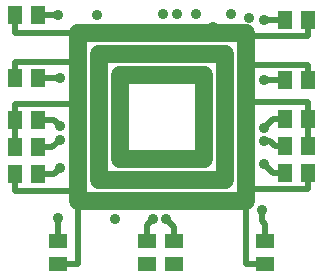
<source format=gbl>
%FSTAX23Y23*%
%MOIN*%
%SFA1B1*%

%IPPOS*%
%ADD16C,0.019690*%
%ADD19C,0.035430*%
%ADD20C,0.035430*%
%ADD21R,0.059060X0.051180*%
%ADD22R,0.051180X0.059060*%
%ADD23C,0.059060*%
%LNpqfp_fpga_fan-out-1*%
%LPD*%
G54D16*
X00117Y00308D02*
Y00363D01*
X00192D02*
X00245D01*
X0026Y0014D02*
Y00218D01*
X00245Y00363D02*
X00265Y00383D01*
X0026Y00065D02*
X00325D01*
Y00273*
X00117Y00308D02*
X00325D01*
X00117Y00453D02*
Y00598D01*
X00192Y00453D02*
X0024D01*
X00117Y00683D02*
Y00738D01*
Y00833D02*
Y00893D01*
X00192Y00543D02*
X00245D01*
X00117Y00598D02*
X00325D01*
X0024Y00453D02*
X00265Y00478D01*
X00245Y00543D02*
X00265Y00523D01*
X00192Y00683D02*
X00265D01*
X00117Y00738D02*
X00325D01*
X00192Y00893D02*
X0026D01*
X00117Y00833D02*
X00325D01*
X00555Y0014D02*
Y00193D01*
X00575Y00213*
X00645Y0014D02*
Y00188D01*
X0062Y00213D02*
X00645Y00188D01*
X00885Y00065D02*
Y00273D01*
X0094Y00208D02*
Y00243D01*
X00885Y00065D02*
X0095D01*
Y0014D02*
Y00198D01*
X0094Y00208D02*
X0095Y00198D01*
X00885Y00313D02*
X01092D01*
X00945Y00398D02*
X00975Y00368D01*
X01017*
X01092Y00313D02*
Y00368D01*
X00945Y00473D02*
X00967D01*
X00945Y00518D02*
X00975Y00548D01*
X00967Y00473D02*
X00982Y00458D01*
X01017*
X00945Y00678D02*
X01017D01*
X00945Y00878D02*
X01017D01*
X00975Y00548D02*
X01017D01*
X00885Y00603D02*
X01092D01*
Y00458D02*
Y00603D01*
X00885Y00728D02*
X01092D01*
X00885Y00823D02*
X01092D01*
Y00678D02*
Y00728D01*
Y00823D02*
Y00878D01*
G54D19*
X0026Y00218D03*
X00265Y00383D03*
Y00478D03*
X00325Y00353D03*
X00575Y00213D03*
X00535Y00273D03*
X00265Y00523D03*
X00325Y00563D03*
X00265Y00683D03*
X00325Y00723D03*
X0026Y00893D03*
X00325Y00833D03*
X0057D03*
X0061Y00898D03*
X0062Y00213D03*
X00855Y00273D03*
X00885Y00368D03*
X00945Y00398D03*
X00885Y00558D03*
X00945Y00473D03*
Y00518D03*
X00655Y00898D03*
X00945Y00678D03*
X00885Y00713D03*
G54D20*
X00325Y00273D03*
X00405D03*
X00395Y00343D03*
X0045Y00213D03*
X0046Y00343D03*
X00465Y00413D03*
X00575Y00343D03*
X00465Y00478D03*
X0039Y00893D03*
X00395Y00523D03*
X00465Y00683D03*
X00395Y00763D03*
X0044Y00833D03*
X0061Y00763D03*
X00725Y00273D03*
X0081Y00343D03*
X0062Y00413D03*
X00745D03*
Y00473D03*
X00815Y00518D03*
X0094Y00243D03*
X00655Y00693D03*
X00745Y00638D03*
X00725Y00693D03*
X00705Y00763D03*
X00775Y00853D03*
X0072Y00898D03*
X00815Y00703D03*
X00885Y00763D03*
X00835Y00898D03*
X00945Y00878D03*
X00895Y00883D03*
G54D21*
X0026Y00065D03*
Y0014D03*
X00555D03*
Y00065D03*
X00645Y0014D03*
Y00065D03*
X0095D03*
Y0014D03*
G54D22*
X00117Y00363D03*
X00192D03*
Y00453D03*
X00117D03*
X00192Y00543D03*
X00117D03*
Y00683D03*
X00192D03*
Y00893D03*
X00117D03*
X01092Y00368D03*
X01017D03*
X01092Y00458D03*
X01017D03*
Y00548D03*
X01092D03*
X01017Y00678D03*
X01092D03*
Y00878D03*
X01017D03*
G54D23*
X00325Y00273D02*
X00885D01*
X00325D02*
Y00833D01*
X00395Y00343D02*
X0081D01*
X00395D02*
Y00763D01*
X00465Y00413D02*
Y00693D01*
Y00413D02*
X00745D01*
X00465Y00693D02*
X00745D01*
X00395Y00763D02*
X00815D01*
X00325Y00833D02*
X00885D01*
X00815Y00343D02*
Y00763D01*
X00885Y00273D02*
Y00833D01*
X00745Y00413D02*
Y00693D01*
M02*
</source>
